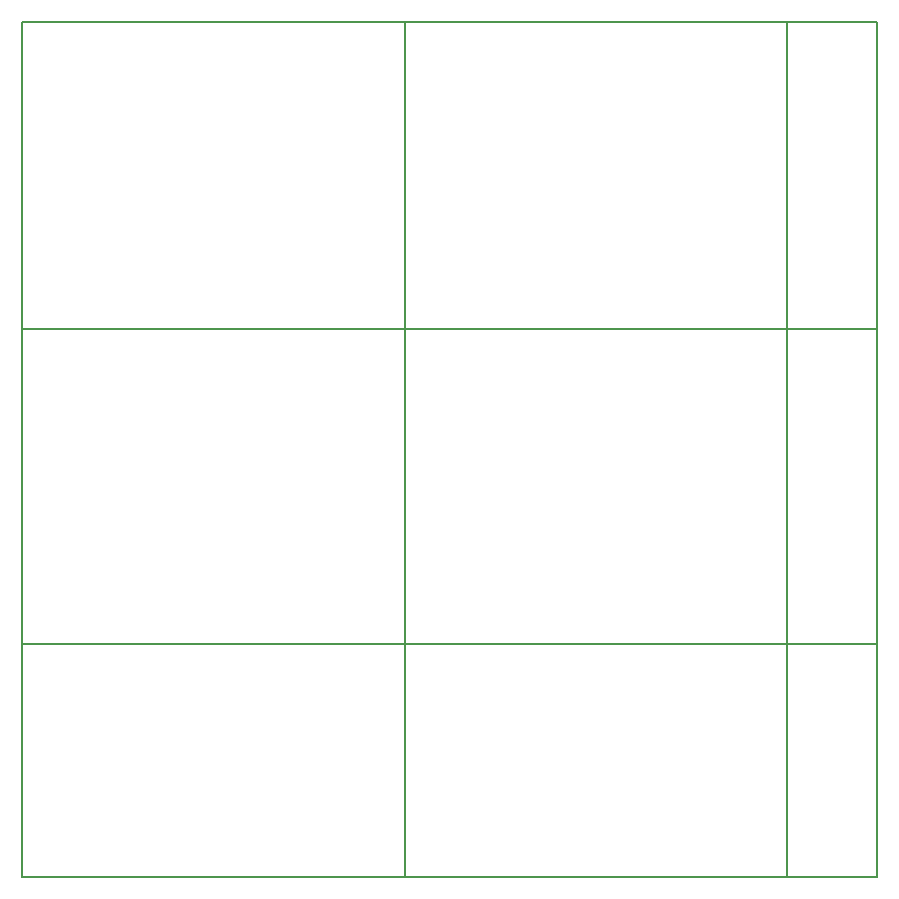
<source format=gbr>
%TF.GenerationSoftware,KiCad,Pcbnew,(6.0.11)*%
%TF.CreationDate,2023-08-20T10:05:32-05:00*%
%TF.ProjectId,SerialResonantFilter,53657269-616c-4526-9573-6f6e616e7446,rev?*%
%TF.SameCoordinates,Original*%
%TF.FileFunction,Profile,NP*%
%FSLAX46Y46*%
G04 Gerber Fmt 4.6, Leading zero omitted, Abs format (unit mm)*
G04 Created by KiCad (PCBNEW (6.0.11)) date 2023-08-20 10:05:32*
%MOMM*%
%LPD*%
G01*
G04 APERTURE LIST*
%TA.AperFunction,Profile*%
%ADD10C,0.150000*%
%TD*%
G04 APERTURE END LIST*
D10*
X147955000Y-40005000D02*
X147955000Y-112395000D01*
X115570000Y-92710000D02*
X187960000Y-92710000D01*
X115570000Y-66040000D02*
X187960000Y-66040000D01*
X180340000Y-112395000D02*
X180340000Y-40005000D01*
X187960000Y-40005000D02*
X115570000Y-40005000D01*
X187960000Y-112395000D02*
X187960000Y-40005000D01*
X115570000Y-112395000D02*
X187960000Y-112395000D01*
X115570000Y-40005000D02*
X115570000Y-112395000D01*
M02*

</source>
